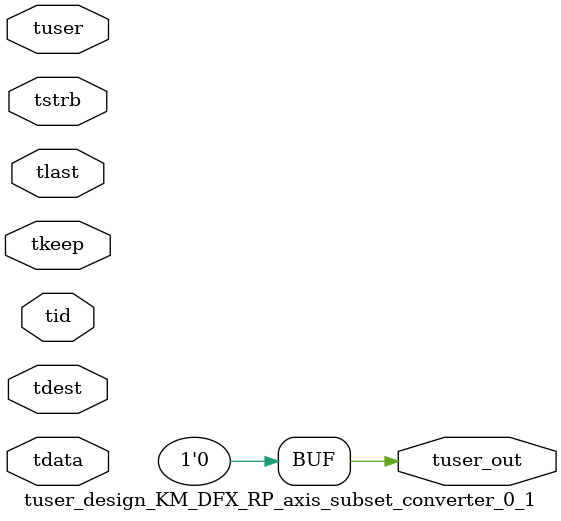
<source format=v>


`timescale 1ps/1ps

module tuser_design_KM_DFX_RP_axis_subset_converter_0_1 #
(
parameter C_S_AXIS_TUSER_WIDTH = 1,
parameter C_S_AXIS_TDATA_WIDTH = 32,
parameter C_S_AXIS_TID_WIDTH   = 0,
parameter C_S_AXIS_TDEST_WIDTH = 0,
parameter C_M_AXIS_TUSER_WIDTH = 1
)
(
input  [(C_S_AXIS_TUSER_WIDTH == 0 ? 1 : C_S_AXIS_TUSER_WIDTH)-1:0     ] tuser,
input  [(C_S_AXIS_TDATA_WIDTH == 0 ? 1 : C_S_AXIS_TDATA_WIDTH)-1:0     ] tdata,
input  [(C_S_AXIS_TID_WIDTH   == 0 ? 1 : C_S_AXIS_TID_WIDTH)-1:0       ] tid,
input  [(C_S_AXIS_TDEST_WIDTH == 0 ? 1 : C_S_AXIS_TDEST_WIDTH)-1:0     ] tdest,
input  [(C_S_AXIS_TDATA_WIDTH/8)-1:0 ] tkeep,
input  [(C_S_AXIS_TDATA_WIDTH/8)-1:0 ] tstrb,
input                                                                    tlast,
output [C_M_AXIS_TUSER_WIDTH-1:0] tuser_out
);

assign tuser_out = {1'b0};

endmodule


</source>
